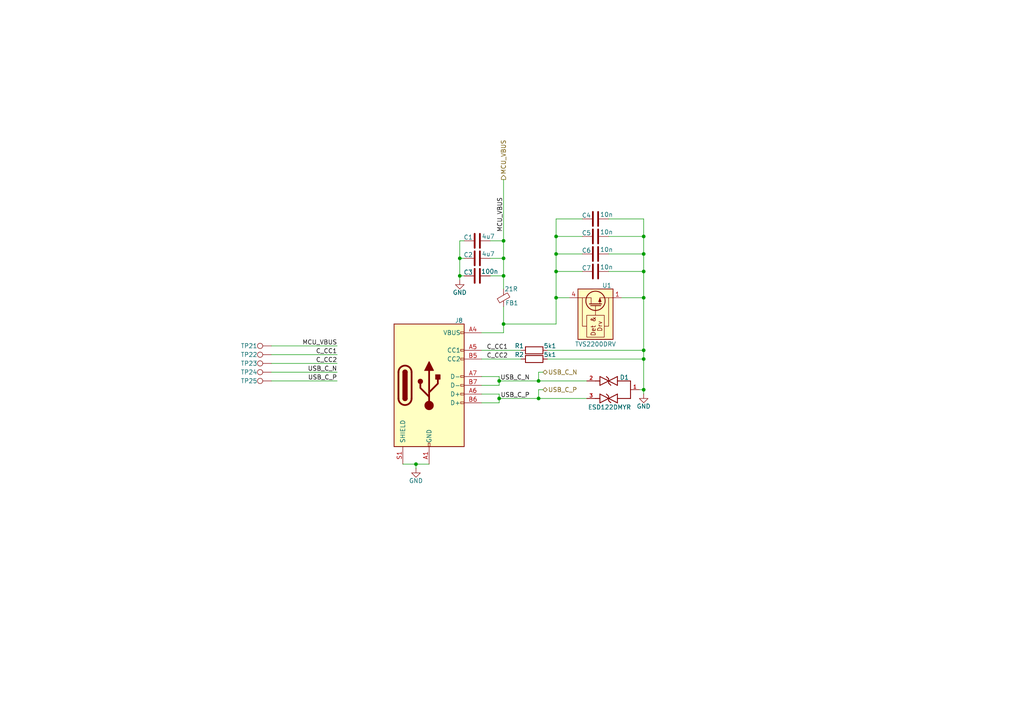
<source format=kicad_sch>
(kicad_sch (version 20250114) (generator "eeschema") (generator_version "9.0")
  (paper "A4")
  (lib_symbols
    (symbol "Connector:TestPoint" (pin_numbers (hide yes)) (pin_names (offset 0.762) (hide yes))
      (property "Reference" "TP" (at 0 6.858 0))
      (property "Value" "TestPoint" (at 0 5.08 0))
      (symbol "TestPoint_0_1"
        (circle (center 0 3.302) (radius 0.762))
      )
      (symbol "TestPoint_1_1"
        (pin passive line (at 0 0 90) (length 2.54) (name "1") (number "1"))
      )
    )
    (symbol "Connector:USB_C_Receptacle_USB2.0_14P" (pin_names (offset 1.016))
      (property "Reference" "J" (at 0 22.225 0))
      (property "Value" "USB_C_Receptacle_USB2.0_14P" (at 0 19.685 0))
      (symbol "USB_C_Receptacle_USB2.0_14P_0_0"
        (rectangle (start -0.254 -17.78) (end 0.254 -16.764))
        (rectangle (start 10.16 15.494) (end 9.144 14.986))
        (rectangle (start 10.16 10.414) (end 9.144 9.906))
        (rectangle (start 10.16 7.874) (end 9.144 7.366))
        (rectangle (start 10.16 2.794) (end 9.144 2.286))
        (rectangle (start 10.16 0.254) (end 9.144 -0.254))
        (rectangle (start 10.16 -2.286) (end 9.144 -2.794))
        (rectangle (start 10.16 -4.826) (end 9.144 -5.334))
      )
      (symbol "USB_C_Receptacle_USB2.0_14P_0_1"
        (rectangle (start -10.16 17.78) (end 10.16 -17.78) (stroke (width 0.254)) (fill (type background)))
        (polyline (pts (xy -8.89 -3.81) (xy -8.89 3.81)) (stroke (width 0.508)))
        (rectangle (start -7.62 -3.81) (end -6.35 3.81) (stroke (width 0.254)) (fill (type outline)))
        (arc (start -7.62 3.81) (mid -6.985 4.4423) (end -6.35 3.81) (stroke (width 0.254)))
        (arc (start -7.62 3.81) (mid -6.985 4.4423) (end -6.35 3.81) (stroke (width 0.254)) (fill (type outline)))
        (arc (start -8.89 3.81) (mid -6.985 5.7067) (end -5.08 3.81) (stroke (width 0.508)))
        (arc (start -5.08 -3.81) (mid -6.985 -5.7067) (end -8.89 -3.81) (stroke (width 0.508)))
        (arc (start -6.35 -3.81) (mid -6.985 -4.4423) (end -7.62 -3.81) (stroke (width 0.254)))
        (arc (start -6.35 -3.81) (mid -6.985 -4.4423) (end -7.62 -3.81) (stroke (width 0.254)) (fill (type outline)))
        (polyline (pts (xy -5.08 3.81) (xy -5.08 -3.81)) (stroke (width 0.508)))
        (circle (center -2.54 1.143) (radius 0.635) (stroke (width 0.254)) (fill (type outline)))
        (polyline (pts (xy -1.27 4.318) (xy 0 6.858) (xy 1.27 4.318) (xy -1.27 4.318)) (stroke (width 0.254)) (fill (type outline)))
        (polyline (pts (xy 0 -2.032) (xy 2.54 0.508) (xy 2.54 1.778)) (stroke (width 0.508)))
        (polyline (pts (xy 0 -3.302) (xy -2.54 -0.762) (xy -2.54 0.508)) (stroke (width 0.508)))
        (polyline (pts (xy 0 -5.842) (xy 0 4.318)) (stroke (width 0.508)))
        (circle (center 0 -5.842) (radius 1.27) (fill (type outline)))
        (rectangle (start 1.905 1.778) (end 3.175 3.048) (stroke (width 0.254)) (fill (type outline)))
      )
      (symbol "USB_C_Receptacle_USB2.0_14P_1_1"
        (pin passive line (at -7.62 -22.86 90) (length 5.08) (name "SHIELD") (number "S1"))
        (pin passive line (at 0 -22.86 90) (length 5.08) (name "GND") (number "A1"))
        (pin passive line (at 0 -22.86 90) (length 5.08) (hide yes) (name "GND") (number "A12"))
        (pin passive line (at 0 -22.86 90) (length 5.08) (hide yes) (name "GND") (number "B1"))
        (pin passive line (at 0 -22.86 90) (length 5.08) (hide yes) (name "GND") (number "B12"))
        (pin passive line (at 15.24 15.24 180) (length 5.08) (name "VBUS") (number "A4"))
        (pin passive line (at 15.24 15.24 180) (length 5.08) (hide yes) (name "VBUS") (number "A9"))
        (pin passive line (at 15.24 15.24 180) (length 5.08) (hide yes) (name "VBUS") (number "B4"))
        (pin passive line (at 15.24 15.24 180) (length 5.08) (hide yes) (name "VBUS") (number "B9"))
        (pin bidirectional line (at 15.24 10.16 180) (length 5.08) (name "CC1") (number "A5"))
        (pin bidirectional line (at 15.24 7.62 180) (length 5.08) (name "CC2") (number "B5"))
        (pin bidirectional line (at 15.24 2.54 180) (length 5.08) (name "D-") (number "A7"))
        (pin bidirectional line (at 15.24 0 180) (length 5.08) (name "D-") (number "B7"))
        (pin bidirectional line (at 15.24 -2.54 180) (length 5.08) (name "D+") (number "A6"))
        (pin bidirectional line (at 15.24 -5.08 180) (length 5.08) (name "D+") (number "B6"))
      )
    )
    (symbol "Device:C" (pin_numbers (hide yes)) (pin_names (offset 0.254))
      (property "Reference" "C" (at 0.635 2.54 0))
      (property "Value" "C" (at 0.635 -2.54 0))
      (symbol "C_0_1"
        (polyline (pts (xy -2.032 0.762) (xy 2.032 0.762)) (stroke (width 0.508)))
        (polyline (pts (xy -2.032 -0.762) (xy 2.032 -0.762)) (stroke (width 0.508)))
      )
      (symbol "C_1_1"
        (pin passive line (at 0 3.81 270) (length 2.794) (name "~") (number "1"))
        (pin passive line (at 0 -3.81 90) (length 2.794) (name "~") (number "2"))
      )
    )
    (symbol "Device:FerriteBead_Small" (pin_numbers (hide yes)) (pin_names (offset 0))
      (property "Reference" "FB" (at 1.905 1.27 0))
      (property "Value" "FerriteBead_Small" (at 1.905 -1.27 0))
      (symbol "FerriteBead_Small_0_1"
        (polyline (pts (xy -1.8288 0.2794) (xy -1.1176 1.4986) (xy 1.8288 -0.2032) (xy 1.1176 -1.4224) (xy -1.8288 0.2794)))
        (polyline (pts (xy 0 0.889) (xy 0 1.2954)))
        (polyline (pts (xy 0 -1.27) (xy 0 -0.7874)))
      )
      (symbol "FerriteBead_Small_1_1"
        (pin passive line (at 0 2.54 270) (length 1.27) (name "~") (number "1"))
        (pin passive line (at 0 -2.54 90) (length 1.27) (name "~") (number "2"))
      )
    )
    (symbol "Device:R" (pin_numbers (hide yes)) (pin_names (offset 0))
      (property "Reference" "R" (at 2.032 0 90))
      (property "Value" "R" (at 0 0 90))
      (symbol "R_0_1"
        (rectangle (start -1.016 -2.54) (end 1.016 2.54) (stroke (width 0.254)))
      )
      (symbol "R_1_1"
        (pin passive line (at 0 3.81 270) (length 1.27) (name "~") (number "1"))
        (pin passive line (at 0 -3.81 90) (length 1.27) (name "~") (number "2"))
      )
    )
    (symbol "ESD122:ESD122DMYR" (pin_names (offset 1.016))
      (property "Reference" "D" (at -7.62 5.08 0))
      (property "Value" "ESD122DMYR" (at -7.62 -7.62 0))
      (symbol "ESD122DMYR_0_0"
        (polyline (pts (xy -5.08 2.54) (xy -3.81 2.54)) (stroke (width 0.254)))
        (polyline (pts (xy -5.08 -2.54) (xy -3.81 -2.54)) (stroke (width 0.254)))
        (polyline (pts (xy -3.81 3.81) (xy -3.81 2.54)) (stroke (width 0.254)))
        (polyline (pts (xy -3.81 2.54) (xy -3.81 1.27)) (stroke (width 0.254)))
        (polyline (pts (xy -3.81 1.27) (xy -1.27 2.54)) (stroke (width 0.254)))
        (polyline (pts (xy -3.81 -1.27) (xy -3.81 -2.54)) (stroke (width 0.254)))
        (polyline (pts (xy -3.81 -2.54) (xy -3.81 -3.81)) (stroke (width 0.254)))
        (polyline (pts (xy -3.81 -3.81) (xy -1.27 -2.54)) (stroke (width 0.254)))
        (polyline (pts (xy -1.27 3.175) (xy -1.905 3.81)) (stroke (width 0.254)))
        (polyline (pts (xy -1.27 2.54) (xy -3.81 3.81)) (stroke (width 0.254)))
        (polyline (pts (xy -1.27 2.54) (xy -1.27 3.175)) (stroke (width 0.254)))
        (polyline (pts (xy -1.27 2.54) (xy 1.27 1.27)) (stroke (width 0.254)))
        (polyline (pts (xy -1.27 1.905) (xy -1.27 2.54)) (stroke (width 0.254)))
        (polyline (pts (xy -1.27 -1.905) (xy -1.905 -1.27)) (stroke (width 0.254)))
        (polyline (pts (xy -1.27 -2.54) (xy -3.81 -1.27)) (stroke (width 0.254)))
        (polyline (pts (xy -1.27 -2.54) (xy -1.27 -1.905)) (stroke (width 0.254)))
        (polyline (pts (xy -1.27 -2.54) (xy 1.27 -3.81)) (stroke (width 0.254)))
        (polyline (pts (xy -1.27 -3.175) (xy -1.27 -2.54)) (stroke (width 0.254)))
        (polyline (pts (xy -0.635 1.27) (xy -1.27 1.905)) (stroke (width 0.254)))
        (polyline (pts (xy -0.635 -3.81) (xy -1.27 -3.175)) (stroke (width 0.254)))
        (polyline (pts (xy 1.27 3.81) (xy -1.27 2.54)) (stroke (width 0.254)))
        (polyline (pts (xy 1.27 2.54) (xy 1.27 3.81)) (stroke (width 0.254)))
        (polyline (pts (xy 1.27 2.54) (xy 5.08 2.54)) (stroke (width 0.254)))
        (polyline (pts (xy 1.27 1.27) (xy 1.27 2.54)) (stroke (width 0.254)))
        (polyline (pts (xy 1.27 -1.27) (xy -1.27 -2.54)) (stroke (width 0.254)))
        (polyline (pts (xy 1.27 -2.54) (xy 1.27 -1.27)) (stroke (width 0.254)))
        (polyline (pts (xy 1.27 -3.81) (xy 1.27 -2.54)) (stroke (width 0.254)))
        (polyline (pts (xy 5.08 -2.54) (xy 1.27 -2.54)) (stroke (width 0.254)))
        (rectangle (start 5.08 -2.54) (end 5.08 2.54) (stroke (width 0.254)) (fill (type background)))
        (pin passive line (at -7.62 2.54 0) (length 2.54) (name "~") (number "2"))
        (pin passive line (at -7.62 -2.54 0) (length 2.54) (name "~") (number "3"))
        (pin power_in line (at 7.62 0 180) (length 2.54) (name "~") (number "1"))
      )
    )
    (symbol "Power_Protection:TVS2200DRV" (pin_names (offset 0) (hide yes))
      (property "Reference" "U" (at 2.54 1.27 0))
      (property "Value" "TVS2200DRV" (at 2.54 -1.27 0))
      (symbol "TVS2200DRV_0_0"
        (rectangle (start -11.43 2.54) (end -5.08 -2.54))
        (polyline (pts (xy -8.255 2.54) (xy -8.255 3.81) (xy 0 3.81)))
        (polyline (pts (xy -8.255 -2.54) (xy -8.255 -3.81) (xy 0 -3.81)))
        (polyline (pts (xy 0 1.27) (xy -1.778 1.27)))
        (text "Det &" (at -8.255 0.635 0) (effects (font (size 1.27 1.27))))
        (text "Drv" (at -8.255 -1.27 0) (effects (font (size 1.27 1.27))))
      )
      (symbol "TVS2200DRV_0_1"
        (rectangle (start -12.065 5.08) (end 2.54 -5.08) (stroke (width 0.254)) (fill (type background)))
        (polyline (pts (xy -2.286 1.397) (xy -2.286 -1.524)) (stroke (width 0.254)))
        (polyline (pts (xy -2.286 0) (xy -5.08 0)))
        (polyline (pts (xy -1.778 1.778) (xy -1.778 -1.778)) (stroke (width 0.254)))
        (circle (center -0.889 0) (radius 2.794) (stroke (width 0.254)))
        (polyline (pts (xy -0.127 -1.27) (xy -1.143 -1.651) (xy -1.143 -0.889) (xy -0.127 -1.27)) (fill (type outline)))
        (polyline (pts (xy 0 5.08) (xy 0 2.54)))
        (polyline (pts (xy 0 2.54) (xy 0 1.27)))
        (polyline (pts (xy 0 -2.54) (xy 0 -5.08)))
        (polyline (pts (xy 0 -2.54) (xy 0 -1.27) (xy -1.778 -1.27)))
      )
      (symbol "TVS2200DRV_1_1"
        (pin passive line (at 0 7.62 270) (length 2.54) (name "IN") (number "4"))
        (pin passive line (at 0 7.62 270) (length 2.54) (hide yes) (name "IN") (number "5"))
        (pin passive line (at 0 7.62 270) (length 2.54) (hide yes) (name "IN") (number "6"))
        (pin power_in line (at 0 -7.62 90) (length 2.54) (name "GND") (number "1"))
        (pin passive line (at 0 -7.62 90) (length 2.54) (hide yes) (name "GND") (number "2"))
        (pin passive line (at 0 -7.62 90) (length 2.54) (hide yes) (name "GND") (number "3"))
        (pin passive line (at 0 -7.62 90) (length 2.54) (hide yes) (name "GND") (number "7"))
      )
    )
    (symbol "power:GND" (power) (pin_numbers (hide yes)) (pin_names (offset 0) (hide yes))
      (property "Value" "GND" (at 0 -3.81 0))
      (symbol "GND_0_1"
        (polyline (pts (xy 0 0) (xy 0 -1.27) (xy 1.27 -1.27) (xy 0 -2.54) (xy -1.27 -1.27) (xy 0 -1.27)))
      )
      (symbol "GND_1_1"
        (pin power_in line (at 0 0 270) (length 0) (name "~") (number "1"))
      )
    )
  )
  (junction (at 161.29 86.36))
  (junction (at 186.69 86.36))
  (junction (at 161.29 73.66))
  (junction (at 133.35 80.01))
  (junction (at 186.69 73.66))
  (junction (at 186.69 104.14))
  (junction (at 186.69 78.74))
  (junction (at 133.35 74.93))
  (junction (at 146.05 74.93))
  (junction (at 144.78 110.49))
  (junction (at 186.69 101.6))
  (junction (at 161.29 78.74))
  (junction (at 146.05 69.85))
  (junction (at 186.69 68.58))
  (junction (at 156.21 115.57))
  (junction (at 186.69 113.03))
  (junction (at 146.05 80.01))
  (junction (at 120.65 134.62))
  (junction (at 144.78 115.57))
  (junction (at 146.05 93.98))
  (junction (at 161.29 68.58))
  (junction (at 156.21 110.49))
  (wire (pts (xy 139.7 116.84) (xy 144.78 116.84)))
  (wire (pts (xy 146.05 74.93) (xy 146.05 80.01)))
  (wire (pts (xy 186.69 86.36) (xy 186.69 101.6)))
  (wire (pts (xy 156.21 113.03) (xy 157.48 113.03)))
  (wire (pts (xy 146.05 88.9) (xy 146.05 93.98)))
  (wire (pts (xy 186.69 63.5) (xy 186.69 68.58)))
  (wire (pts (xy 133.35 69.85) (xy 134.62 69.85)))
  (wire (pts (xy 78.74 102.87) (xy 97.79 102.87)))
  (wire (pts (xy 144.78 110.49) (xy 156.21 110.49)))
  (wire (pts (xy 78.74 110.49) (xy 97.79 110.49)))
  (wire (pts (xy 146.05 52.07) (xy 146.05 69.85)))
  (wire (pts (xy 139.7 96.52) (xy 146.05 96.52)))
  (wire (pts (xy 146.05 93.98) (xy 146.05 96.52)))
  (wire (pts (xy 144.78 109.22) (xy 144.78 110.49)))
  (wire (pts (xy 139.7 111.76) (xy 144.78 111.76)))
  (wire (pts (xy 146.05 69.85) (xy 146.05 74.93)))
  (wire (pts (xy 156.21 107.95) (xy 157.48 107.95)))
  (wire (pts (xy 161.29 73.66) (xy 161.29 78.74)))
  (wire (pts (xy 142.24 80.01) (xy 146.05 80.01)))
  (wire (pts (xy 176.53 63.5) (xy 186.69 63.5)))
  (wire (pts (xy 144.78 115.57) (xy 156.21 115.57)))
  (wire (pts (xy 133.35 80.01) (xy 134.62 80.01)))
  (wire (pts (xy 161.29 78.74) (xy 161.29 86.36)))
  (wire (pts (xy 144.78 110.49) (xy 144.78 111.76)))
  (wire (pts (xy 180.34 86.36) (xy 186.69 86.36)))
  (wire (pts (xy 156.21 107.95) (xy 156.21 110.49)))
  (wire (pts (xy 185.42 113.03) (xy 186.69 113.03)))
  (wire (pts (xy 139.7 109.22) (xy 144.78 109.22)))
  (wire (pts (xy 146.05 93.98) (xy 161.29 93.98)))
  (wire (pts (xy 176.53 78.74) (xy 186.69 78.74)))
  (wire (pts (xy 168.91 63.5) (xy 161.29 63.5)))
  (wire (pts (xy 161.29 73.66) (xy 168.91 73.66)))
  (wire (pts (xy 161.29 86.36) (xy 161.29 93.98)))
  (wire (pts (xy 176.53 68.58) (xy 186.69 68.58)))
  (wire (pts (xy 139.7 114.3) (xy 144.78 114.3)))
  (wire (pts (xy 133.35 74.93) (xy 134.62 74.93)))
  (wire (pts (xy 120.65 134.62) (xy 120.65 135.89)))
  (wire (pts (xy 161.29 68.58) (xy 161.29 73.66)))
  (wire (pts (xy 186.69 73.66) (xy 186.69 78.74)))
  (wire (pts (xy 161.29 86.36) (xy 165.1 86.36)))
  (wire (pts (xy 156.21 110.49) (xy 170.18 110.49)))
  (wire (pts (xy 142.24 74.93) (xy 146.05 74.93)))
  (wire (pts (xy 78.74 107.95) (xy 97.79 107.95)))
  (wire (pts (xy 133.35 74.93) (xy 133.35 80.01)))
  (wire (pts (xy 133.35 81.28) (xy 133.35 80.01)))
  (wire (pts (xy 146.05 80.01) (xy 146.05 83.82)))
  (wire (pts (xy 133.35 69.85) (xy 133.35 74.93)))
  (wire (pts (xy 161.29 63.5) (xy 161.29 68.58)))
  (wire (pts (xy 186.69 78.74) (xy 186.69 86.36)))
  (wire (pts (xy 142.24 69.85) (xy 146.05 69.85)))
  (wire (pts (xy 186.69 104.14) (xy 186.69 113.03)))
  (wire (pts (xy 156.21 113.03) (xy 156.21 115.57)))
  (wire (pts (xy 176.53 73.66) (xy 186.69 73.66)))
  (wire (pts (xy 158.75 104.14) (xy 186.69 104.14)))
  (wire (pts (xy 158.75 101.6) (xy 186.69 101.6)))
  (wire (pts (xy 78.74 100.33) (xy 97.79 100.33)))
  (wire (pts (xy 144.78 114.3) (xy 144.78 115.57)))
  (wire (pts (xy 161.29 68.58) (xy 168.91 68.58)))
  (wire (pts (xy 161.29 78.74) (xy 168.91 78.74)))
  (wire (pts (xy 78.74 105.41) (xy 97.79 105.41)))
  (wire (pts (xy 186.69 114.3) (xy 186.69 113.03)))
  (wire (pts (xy 116.84 134.62) (xy 120.65 134.62)))
  (wire (pts (xy 139.7 101.6) (xy 151.13 101.6)))
  (wire (pts (xy 139.7 104.14) (xy 151.13 104.14)))
  (wire (pts (xy 156.21 115.57) (xy 170.18 115.57)))
  (wire (pts (xy 186.69 68.58) (xy 186.69 73.66)))
  (wire (pts (xy 120.65 134.62) (xy 124.46 134.62)))
  (wire (pts (xy 144.78 115.57) (xy 144.78 116.84)))
  (wire (pts (xy 186.69 101.6) (xy 186.69 104.14)))
  (label "MCU_VBUS" (at 97.79 100.33 180))
  (label "USB_C_N" (at 97.79 107.95 180) (effects (font (thickness 0.1588))))
  (label "C_CC1" (at 147.32 101.6 180))
  (label "USB_C_N" (at 153.67 110.49 180) (effects (font (thickness 0.1588))))
  (label "C_CC1" (at 97.79 102.87 180))
  (label "MCU_VBUS" (at 146.05 57.15 270))
  (label "C_CC2" (at 97.79 105.41 180))
  (label "USB_C_P" (at 97.79 110.49 180) (effects (font (thickness 0.1588))))
  (label "C_CC2" (at 147.32 104.14 180))
  (label "USB_C_P" (at 153.67 115.57 180) (effects (font (thickness 0.1588))))
  (hierarchical_label "MCU_VBUS" (shape output) (at 146.05 52.07 90))
  (hierarchical_label "USB_C_P" (shape bidirectional) (at 157.48 113.03 0))
  (hierarchical_label "USB_C_N" (shape bidirectional) (at 157.48 107.95 0))
  (symbol (lib_id "Connector:TestPoint") (at 78.74 102.87 90) (unit 1)
    (property "Reference" "TP22" (at 74.676 102.87 90) (effects (justify left)))
    (property "Value" "TestPoint" (effects (hide yes)))
    (property "Description" "test point" (effects (hide yes)))
  )
  (symbol (lib_id "Device:C") (at 172.72 63.5 90) (unit 1)
    (property "Reference" "C4" (at 171.45 62.484 90) (effects (justify left)))
    (property "Value" "10n" (at 177.8 62.23 90) (effects (justify left)))
    (property "Footprint" "Capacitor_SMD:C_1206_3216Metric_Pad1.33x1.80mm_HandSolder" (effects (hide yes)))
    (property "Description" "Unpolarized capacitor" (effects (hide yes)))
    (property "Link" "https://mou.sr/3OC0xXF" (effects (hide yes)))
    (property "Manufacturer Part Number" "CL31B103KHFNFNE" (effects (hide yes)))
    (property "Price per Unit" "0.13" (effects (hide yes)))
    (property "Supplier" "Mouser" (effects (hide yes)))
    (property "Supplier Part Number" "187-CL31B103KHFNFNE" (effects (hide yes)))
  )
  (symbol (lib_id "ESD122:ESD122DMYR") (at 177.8 113.03 0) (unit 1)
    (property "Reference" "D1" (at 181.102 109.474 0))
    (property "Value" "ESD122DMYR" (at 176.784 118.11 0))
    (property "Footprint" "ESD122DMYR:ESD122DMYR" (effects (hide yes)))
    (property "MF" "Texas Instruments" (effects (hide yes)))
    (property "SNAPEDA_PACKAGE_ID" "103746" (effects (hide yes)))
    (property "Package" "X2SON-3 Texas Instruments" (effects (hide yes)))
    (property "Check_prices" "https://www.snapeda.com/parts/ESD122DMYR/Texas+Instruments/view-part/?ref=eda" (effects (hide yes)))
    (property "STANDARD" "Manufacturer Recommendations" (effects (hide yes)))
    (property "PARTREV" "A" (effects (hide yes)))
    (property "SnapEDA_Link" "https://www.snapeda.com/parts/ESD122DMYR/Texas+Instruments/view-part/?ref=snap" (effects (hide yes)))
    (property "MP" "ESD122DMYR" (effects (hide yes)))
    (property "Description_1" "Dual 0.2-pF, ±3.6-V, ±17-kV ESD protection diode for USB Type-C and HDMI 2.0" (effects (hide yes)))
    (property "MANUFACTURER" "Texas Instruments" (effects (hide yes)))
    (property "Availability" "In Stock" (effects (hide yes)))
    (property "MAXIMUM_PACKAGE_HEIGHT" "0.4 mm" (effects (hide yes)))
    (property "Link" "https://mou.sr/46mVGTO" (effects (hide yes)))
    (property "Manufacturer Part Number" "ESD122DMYR" (effects (hide yes)))
    (property "Price per Unit" "1.01" (effects (hide yes)))
    (property "Supplier" "Mouser" (effects (hide yes)))
    (property "Supplier Part Number" "595-ESD122DMYR" (effects (hide yes)))
  )
  (symbol (lib_id "Device:FerriteBead_Small") (at 146.05 86.36 0) (mirror x) (unit 1)
    (property "Reference" "FB1" (at 146.558 87.884 0) (effects (justify left)))
    (property "Value" "21R" (at 146.304 83.82 0) (effects (justify left)))
    (property "Description" "Ferrite bead, small symbol" (effects (hide yes)))
  )
  (symbol (lib_id "Device:C") (at 172.72 78.74 90) (unit 1)
    (property "Reference" "C7" (at 171.45 77.724 90) (effects (justify left)))
    (property "Value" "10n" (at 177.8 77.47 90) (effects (justify left)))
    (property "Footprint" "Capacitor_SMD:C_1206_3216Metric_Pad1.33x1.80mm_HandSolder" (effects (hide yes)))
    (property "Description" "Unpolarized capacitor" (effects (hide yes)))
    (property "Link" "https://mou.sr/3OC0xXF" (effects (hide yes)))
    (property "Manufacturer Part Number" "CL31B103KHFNFNE" (effects (hide yes)))
    (property "Price per Unit" "0.13" (effects (hide yes)))
    (property "Supplier" "Mouser" (effects (hide yes)))
    (property "Supplier Part Number" "187-CL31B103KHFNFNE" (effects (hide yes)))
  )
  (symbol (lib_id "Connector:TestPoint") (at 78.74 110.49 90) (unit 1)
    (property "Reference" "TP25" (at 74.676 110.49 90) (effects (justify left)))
    (property "Value" "TestPoint" (effects (hide yes)))
    (property "Description" "test point" (effects (hide yes)))
  )
  (symbol (lib_id "power:GND") (at 120.65 135.89 0) (unit 1)
    (property "Reference" "#PWR04" (effects (hide yes)))
    (property "Value" "GND" (at 122.682 139.446 0) (effects (justify right)))
    (property "Description" "Power symbol creates a global label with name \"GND\" , ground" (effects (hide yes)))
  )
  (symbol (lib_id "Device:C") (at 138.43 69.85 90) (unit 1)
    (property "Reference" "C1" (at 137.16 68.834 90) (effects (justify left)))
    (property "Value" "4u7" (at 143.51 68.58 90) (effects (justify left)))
    (property "Footprint" "Capacitor_SMD:C_1206_3216Metric_Pad1.33x1.80mm_HandSolder" (effects (hide yes)))
    (property "Description" "Unpolarized capacitor" (effects (hide yes)))
    (property "Link" "https://mou.sr/45jYGQI" (effects (hide yes)))
    (property "Manufacturer Part Number" "CL31B475KBHNFNE" (effects (hide yes)))
    (property "Price per Unit" "0.27" (effects (hide yes)))
    (property "Supplier" "Mouser" (effects (hide yes)))
    (property "Supplier Part Number" "187-CL31B475KBHNFNE" (effects (hide yes)))
  )
  (symbol (lib_id "Connector:TestPoint") (at 78.74 100.33 90) (unit 1)
    (property "Reference" "TP21" (at 74.676 100.33 90) (effects (justify left)))
    (property "Value" "TestPoint" (effects (hide yes)))
    (property "Description" "test point" (effects (hide yes)))
  )
  (symbol (lib_id "Device:C") (at 172.72 73.66 90) (unit 1)
    (property "Reference" "C6" (at 171.45 72.644 90) (effects (justify left)))
    (property "Value" "10n" (at 177.8 72.39 90) (effects (justify left)))
    (property "Footprint" "Capacitor_SMD:C_1206_3216Metric_Pad1.33x1.80mm_HandSolder" (effects (hide yes)))
    (property "Description" "Unpolarized capacitor" (effects (hide yes)))
    (property "Link" "https://mou.sr/3OC0xXF" (effects (hide yes)))
    (property "Manufacturer Part Number" "CL31B103KHFNFNE" (effects (hide yes)))
    (property "Price per Unit" "0.13" (effects (hide yes)))
    (property "Supplier" "Mouser" (effects (hide yes)))
    (property "Supplier Part Number" "187-CL31B103KHFNFNE" (effects (hide yes)))
  )
  (symbol (lib_id "Connector:TestPoint") (at 78.74 105.41 90) (unit 1)
    (property "Reference" "TP23" (at 74.676 105.41 90) (effects (justify left)))
    (property "Value" "TestPoint" (effects (hide yes)))
    (property "Description" "test point" (effects (hide yes)))
  )
  (symbol (lib_id "Device:C") (at 138.43 80.01 90) (unit 1)
    (property "Reference" "C3" (at 137.16 78.994 90) (effects (justify left)))
    (property "Value" "100n" (at 144.526 78.74 90) (effects (justify left)))
    (property "Footprint" "Capacitor_SMD:C_1206_3216Metric_Pad1.33x1.80mm_HandSolder" (effects (hide yes)))
    (property "Description" "Unpolarized capacitor" (effects (hide yes)))
    (property "Link" "https://mou.sr/4n9ybmQ" (effects (hide yes)))
    (property "Manufacturer Part Number" "CL31B104KBCNNNC" (effects (hide yes)))
    (property "Price per Unit" "0.11" (effects (hide yes)))
    (property "Supplier" "Mouser" (effects (hide yes)))
    (property "Supplier Part Number" "187-CL31B104KBCNNNC" (effects (hide yes)))
  )
  (symbol (lib_id "Power_Protection:TVS2200DRV") (at 172.72 86.36 90) (unit 1)
    (property "Reference" "U1" (at 176.022 82.804 90))
    (property "Value" "TVS2200DRV" (at 172.72 99.822 90))
    (property "Datasheet" "http://www.ti.com/lit/ds/symlink/tvs2200.pdf" (effects (hide yes)))
    (property "Description" "Flat-Clamp Surge Protection Device. 22Vrwm, WSON-6" (effects (hide yes)))
  )
  (symbol (lib_id "Connector:TestPoint") (at 78.74 107.95 90) (unit 1)
    (property "Reference" "TP24" (at 74.676 107.95 90) (effects (justify left)))
    (property "Value" "TestPoint" (effects (hide yes)))
    (property "Description" "test point" (effects (hide yes)))
  )
  (symbol (lib_id "Connector:USB_C_Receptacle_USB2.0_14P") (at 124.46 111.76 0) (unit 1)
    (property "Reference" "J8" (at 133.096 92.964 0))
    (property "Value" "USB_C_Receptacle_USB2.0_14P" (effects (hide yes)))
    (property "Datasheet" "https://www.usb.org/sites/default/files/documents/usb_type-c.zip" (effects (hide yes)))
    (property "Description" "USB 2.0-only 14P Type-C Receptacle connector" (effects (hide yes)))
  )
  (symbol (lib_id "Device:C") (at 172.72 68.58 90) (unit 1)
    (property "Reference" "C5" (at 171.45 67.564 90) (effects (justify left)))
    (property "Value" "10n" (at 177.8 67.31 90) (effects (justify left)))
    (property "Footprint" "Capacitor_SMD:C_1206_3216Metric_Pad1.33x1.80mm_HandSolder" (effects (hide yes)))
    (property "Description" "Unpolarized capacitor" (effects (hide yes)))
    (property "Link" "https://mou.sr/3OC0xXF" (effects (hide yes)))
    (property "Manufacturer Part Number" "CL31B103KHFNFNE" (effects (hide yes)))
    (property "Price per Unit" "0.13" (effects (hide yes)))
    (property "Supplier" "Mouser" (effects (hide yes)))
    (property "Supplier Part Number" "187-CL31B103KHFNFNE" (effects (hide yes)))
  )
  (symbol (lib_id "power:GND") (at 186.69 114.3 0) (unit 1)
    (property "Reference" "#PWR06" (effects (hide yes)))
    (property "Value" "GND" (at 188.722 117.856 0) (effects (justify right)))
    (property "Description" "Power symbol creates a global label with name \"GND\" , ground" (effects (hide yes)))
  )
  (symbol (lib_id "power:GND") (at 133.35 81.28 0) (unit 1)
    (property "Reference" "#PWR05" (effects (hide yes)))
    (property "Value" "GND" (at 135.382 84.836 0) (effects (justify right)))
    (property "Description" "Power symbol creates a global label with name \"GND\" , ground" (effects (hide yes)))
  )
  (symbol (lib_id "Device:C") (at 138.43 74.93 90) (unit 1)
    (property "Reference" "C2" (at 137.16 73.914 90) (effects (justify left)))
    (property "Value" "4u7" (at 143.51 73.66 90) (effects (justify left)))
    (property "Footprint" "Capacitor_SMD:C_1206_3216Metric_Pad1.33x1.80mm_HandSolder" (effects (hide yes)))
    (property "Description" "Unpolarized capacitor" (effects (hide yes)))
    (property "Link" "https://mou.sr/45jYGQI" (effects (hide yes)))
    (property "Manufacturer Part Number" "CL31B475KBHNFNE" (effects (hide yes)))
    (property "Price per Unit" "0.27" (effects (hide yes)))
    (property "Supplier" "Mouser" (effects (hide yes)))
    (property "Supplier Part Number" "187-CL31B475KBHNFNE" (effects (hide yes)))
  )
  (symbol (lib_id "Device:R") (at 154.94 101.6 90) (unit 1)
    (property "Reference" "R1" (at 150.622 100.33 90))
    (property "Value" "5k1" (at 159.512 100.33 90))
    (property "Description" "Resistor" (effects (hide yes)))
  )
  (symbol (lib_id "Device:R") (at 154.94 104.14 90) (unit 1)
    (property "Reference" "R2" (at 150.622 102.87 90))
    (property "Value" "5k1" (at 159.512 102.87 90))
    (property "Description" "Resistor" (effects (hide yes)))
  )
)
</source>
